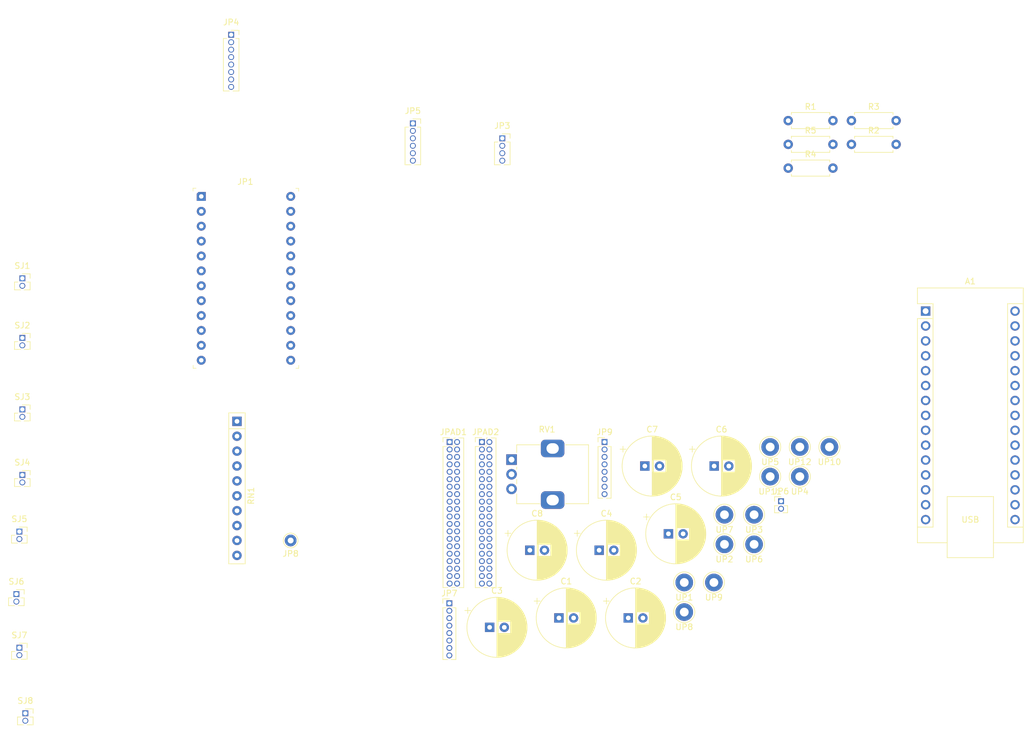
<source format=kicad_pcb>
(kicad_pcb (version 20211014) (generator pcbnew)
  (layers (0 "F.Cu" signal) (31 "B.Cu" signal) (34 "B.Paste" user) (35 "F.Paste" user) (36 "B.SilkS" user "B.Silkscreen") (37 "F.SilkS" user "F.Silkscreen") (38 "B.Mask" user) (39 "F.Mask" user) (44 "Edge.Cuts" user))
  (net 0 "")
  (net 1 "/arTx")
  (net 2 "/arRx")
  (net 4 "Net-(A1-Pad5)")
  (net 5 "/state")
  (net 6 "/echo")
  (net 7 "/trig")
  (net 8 "/EN")
  (net 9 "Net-(A1-Pad10)")
  (net 10 "Net-(A1-Pad11)")
  (net 11 "Net-(A1-Pad12)")
  (net 12 "Net-(A1-Pad13)")
  (net 14 "Net-(A1-Pad14)")
  (net 15 "Net-(A1-Pad15)")
  (net 16 "Net-(A1-Pad16)")
  (net 17 "/Vref")
  (net 18 "/Sense1")
  (net 19 "/Sense2")
  (net 20 "/Sense3")
  (net 21 "/Sense4")
  (net 22 "+5V")
  (net 23 "GND")
  (net 24 "/Sense5")
  (net 25 "Net-(JP3-Pad3)")
  (net 26 "Net-(JP4-Pad1)")
  (net 27 "+3V3")
  (net 28 "/Sense6")
  (net 29 "/Sense7")
  (net 30 "Net-(A1-Pad30)")
  (net 31 "/Sense8")
  (net 33 "Net-(C7-Pad1)")
  (net 34 "/RST")
  (net 35 "/CS")
  (net 36 "/SDA")
  (net 37 "/MISO")
  (net 38 "/SCK")
  (net 39 "/DC")
  (net 40 "Net-(JP1-Pad24)")
  (net 41 "Net-(JP5-Pad1)")
  (net 42 "Net-(JP5-Pad6)")
  (net 43 "Net-(C8-Pad1)")
  (net 44 "Net-(R1-Pad2)")
  (net 45 "Net-(RN1-Pad10)")
  (footprint "Capacitor_THT:CP_Radial_D10.0mm_P2.50mm" (layer "F.Cu") (at 197.612 155.448)
    (fp_text reference "C1" (at 1.25 -6.25) (layer "F.SilkS"))
    (fp_text value "C_Polarized_US")
    (pad "1" thru_hole rect (at 0 0) (size 1.6 1.6) (drill 0.8) (layers *.Cu *.Mask) (net 27 "+3V3"))
    (pad "2" thru_hole circle (at 2.5 0) (size 1.6 1.6) (drill 0.8) (layers *.Cu *.Mask) (net 23 "GND"))
  )
  (footprint "Resistor_THT:R_Axial_DIN0207_L6.3mm_D2.5mm_P7.62mm_Horizontal" (layer "F.Cu") (at 247.454 70.64)
    (fp_text reference "R3" (at 3.81 -2.37) (layer "F.SilkS"))
    (fp_text value "1k")
    (pad "1" thru_hole circle (at 0 0) (size 1.6 1.6) (drill 0.8) (layers *.Cu *.Mask) (net 6 "/echo"))
    (pad "2" thru_hole oval (at 7.62 0) (size 1.6 1.6) (drill 0.8) (layers *.Cu *.Mask) (net 25 "Net-(JP3-Pad3)"))
  )
  (footprint "Connector_PinSocket_1.27mm:PinSocket_1x04_P1.27mm_Vertical" (layer "F.Cu") (at 187.96 73.66)
    (fp_text reference "JP3" (at 0 -2.135) (layer "F.SilkS"))
    (fp_text value "Conn_01x04_Male" hide)
    (pad "1" thru_hole rect (at 0 0) (size 1 1) (drill 0.7) (layers *.Cu *.Mask) (net 22 "+5V"))
    (pad "2" thru_hole oval (at 0 1.27) (size 1 1) (drill 0.7) (layers *.Cu *.Mask) (net 7 "/trig"))
    (pad "3" thru_hole oval (at 0 2.54) (size 1 1) (drill 0.7) (layers *.Cu *.Mask) (net 25 "Net-(JP3-Pad3)"))
    (pad "4" thru_hole oval (at 0 3.81) (size 1 1) (drill 0.7) (layers *.Cu *.Mask) (net 23 "GND"))
  )
  (footprint "Capacitor_THT:CP_Radial_D10.0mm_P2.50mm" (layer "F.Cu") (at 216.272 141.098)
    (fp_text reference "C5" (at 1.25 -6.25) (layer "F.SilkS"))
    (fp_text value "C_Polarized_US")
    (pad "1" thru_hole rect (at 0 0) (size 1.6 1.6) (drill 0.8) (layers *.Cu *.Mask) (net 22 "+5V"))
    (pad "2" thru_hole circle (at 2.5 0) (size 1.6 1.6) (drill 0.8) (layers *.Cu *.Mask) (net 23 "GND"))
  )
  (footprint "Connector_PinSocket_1.27mm:PinSocket_1x08_P1.27mm_Vertical" (layer "F.Cu") (at 141.757 56.002)
    (fp_text reference "JP4" (at 0 -2.135) (layer "F.SilkS"))
    (fp_text value "Conn_01x08_Female" hide)
    (pad "1" thru_hole rect (at 0 0) (size 1 1) (drill 0.7) (layers *.Cu *.Mask) (net 26 "Net-(JP4-Pad1)"))
    (pad "2" thru_hole oval (at 0 1.27) (size 1 1) (drill 0.7) (layers *.Cu *.Mask) (net 34 "/RST"))
    (pad "3" thru_hole oval (at 0 2.54) (size 1 1) (drill 0.7) (layers *.Cu *.Mask) (net 35 "/CS"))
    (pad "4" thru_hole oval (at 0 3.81) (size 1 1) (drill 0.7) (layers *.Cu *.Mask) (net 39 "/DC"))
    (pad "5" thru_hole oval (at 0 5.08) (size 1 1) (drill 0.7) (layers *.Cu *.Mask) (net 38 "/SCK"))
    (pad "6" thru_hole oval (at 0 6.35) (size 1 1) (drill 0.7) (layers *.Cu *.Mask) (net 36 "/SDA"))
    (pad "7" thru_hole oval (at 0 7.62) (size 1 1) (drill 0.7) (layers *.Cu *.Mask) (net 27 "+3V3"))
    (pad "8" thru_hole oval (at 0 8.89) (size 1 1) (drill 0.7) (layers *.Cu *.Mask) (net 23 "GND"))
  )
  (footprint "Resistor_THT:R_Array_SIP10" (layer "F.Cu") (at 142.748 121.92 -90)
    (fp_text reference "RN1" (at 12.7 -2.4 90) (layer "F.SilkS"))
    (fp_text value "R_Network09_US")
    (pad "1" thru_hole rect (at 0 0 270) (size 1.6 1.6) (drill 0.8) (layers *.Cu *.Mask) (net 27 "+3V3"))
    (pad "2" thru_hole oval (at 2.54 0 270) (size 1.6 1.6) (drill 0.8) (layers *.Cu *.Mask) (net 18 "/Sense1"))
    (pad "3" thru_hole oval (at 5.08 0 270) (size 1.6 1.6) (drill 0.8) (layers *.Cu *.Mask) (net 19 "/Sense2"))
    (pad "4" thru_hole oval (at 7.62 0 270) (size 1.6 1.6) (drill 0.8) (layers *.Cu *.Mask) (net 20 "/Sense3"))
    (pad "5" thru_hole oval (at 10.16 0 270) (size 1.6 1.6) (drill 0.8) (layers *.Cu *.Mask) (net 21 "/Sense4"))
    (pad "6" thru_hole oval (at 12.7 0 270) (size 1.6 1.6) (drill 0.8) (layers *.Cu *.Mask) (net 24 "/Sense5"))
    (pad "7" thru_hole oval (at 15.24 0 270) (size 1.6 1.6) (drill 0.8) (layers *.Cu *.Mask) (net 28 "/Sense6"))
    (pad "8" thru_hole oval (at 17.78 0 270) (size 1.6 1.6) (drill 0.8) (layers *.Cu *.Mask) (net 29 "/Sense7"))
    (pad "9" thru_hole oval (at 20.32 0 270) (size 1.6 1.6) (drill 0.8) (layers *.Cu *.Mask) (net 31 "/Sense8"))
    (pad "10" thru_hole oval (at 22.86 0 270) (size 1.6 1.6) (drill 0.8) (layers *.Cu *.Mask) (net 45 "Net-(RN1-Pad10)"))
  )
  (footprint "Connector_PinSocket_1.27mm:PinSocket_1x02_P1.27mm_Vertical" (layer "F.Cu") (at 106.172 97.536)
    (fp_text reference "SJ1" (at 0 -2.135) (layer "F.SilkS"))
    (fp_text value "Screw_Terminal_01x02" hide)
    (pad "1" thru_hole rect (at 0 0) (size 1 1) (drill 0.7) (layers *.Cu *.Mask) (net 23 "GND"))
    (pad "2" thru_hole oval (at 0 1.27) (size 1 1) (drill 0.7) (layers *.Cu *.Mask) (net 18 "/Sense1"))
  )
  (footprint "Resistor_THT:R_Axial_DIN0207_L6.3mm_D2.5mm_P7.62mm_Horizontal" (layer "F.Cu") (at 236.684 74.69)
    (fp_text reference "R5" (at 3.81 -2.37) (layer "F.SilkS"))
    (fp_text value "0R")
    (pad "1" thru_hole circle (at 0 0) (size 1.6 1.6) (drill 0.8) (layers *.Cu *.Mask) (net 5 "/state"))
    (pad "2" thru_hole oval (at 7.62 0) (size 1.6 1.6) (drill 0.8) (layers *.Cu *.Mask) (net 42 "Net-(JP5-Pad6)"))
  )
  (footprint "Potentiometer_THT:Potentiometer_Alps_RK09K_Single_Vertical" (layer "F.Cu") (at 189.537354 128.448)
    (fp_text reference "RV1" (at 6.05 -5.15) (layer "F.SilkS"))
    (fp_text value "500R")
    (pad "1" thru_hole rect (at 0 0) (size 1.8 1.8) (drill 1) (layers *.Cu *.Mask) (net 44 "Net-(R1-Pad2)"))
    (pad "2" thru_hole circle (at 0 2.5) (size 1.8 1.8) (drill 1) (layers *.Cu *.Mask) (net 26 "Net-(JP4-Pad1)"))
    (pad "3" thru_hole circle (at 0 5) (size 1.8 1.8) (drill 1) (layers *.Cu *.Mask))
    (pad "MP" thru_hole roundrect (at 7 6.9) (size 4 3) (drill oval 2.1 1.8) (layers *.Cu *.Mask))
    (pad "MP" thru_hole roundrect (at 7 -1.9) (size 4 3) (drill oval 2.1 1.8) (layers *.Cu *.Mask))
  )
  (footprint "Connector_PinHeader_1.27mm:PinHeader_1x02_P1.27mm_Vertical" (layer "F.Cu") (at 235.467354 135.548)
    (fp_text reference "JP6" (at 0 -1.695) (layer "F.SilkS"))
    (fp_text value "Conn_01x02_Male")
    (pad "1" thru_hole rect (at 0 0) (size 1 1) (drill 0.65) (layers *.Cu *.Mask) (net 25 "Net-(JP3-Pad3)"))
    (pad "2" thru_hole oval (at 0 1.27) (size 1 1) (drill 0.65) (layers *.Cu *.Mask) (net 6 "/echo"))
  )
  (footprint "Connector_PinHeader_1.27mm:PinHeader_2x20_P1.27mm_Vertical" (layer "F.Cu") (at 184.487354 125.448)
    (fp_text reference "JPAD2" (at 0.635 -1.695) (layer "F.SilkS"))
    (fp_text value "Conn_02x20_Counter_Clockwise")
    (pad "1" thru_hole rect (at 0 0) (size 1 1) (drill 0.65) (layers *.Cu *.Mask))
    (pad "2" thru_hole oval (at 1.27 0) (size 1 1) (drill 0.65) (layers *.Cu *.Mask))
    (pad "3" thru_hole oval (at 0 1.27) (size 1 1) (drill 0.65) (layers *.Cu *.Mask))
    (pad "4" thru_hole oval (at 1.27 1.27) (size 1 1) (drill 0.65) (layers *.Cu *.Mask))
    (pad "5" thru_hole oval (at 0 2.54) (size 1 1) (drill 0.65) (layers *.Cu *.Mask))
    (pad "6" thru_hole oval (at 1.27 2.54) (size 1 1) (drill 0.65) (layers *.Cu *.Mask))
    (pad "7" thru_hole oval (at 0 3.81) (size 1 1) (drill 0.65) (layers *.Cu *.Mask))
    (pad "8" thru_hole oval (at 1.27 3.81) (size 1 1) (drill 0.65) (layers *.Cu *.Mask))
    (pad "9" thru_hole oval (at 0 5.08) (size 1 1) (drill 0.65) (layers *.Cu *.Mask))
    (pad "10" thru_hole oval (at 1.27 5.08) (size 1 1) (drill 0.65) (layers *.Cu *.Mask))
    (pad "11" thru_hole oval (at 0 6.35) (size 1 1) (drill 0.65) (layers *.Cu *.Mask))
    (pad "12" thru_hole oval (at 1.27 6.35) (size 1 1) (drill 0.65) (layers *.Cu *.Mask))
    (pad "13" thru_hole oval (at 0 7.62) (size 1 1) (drill 0.65) (layers *.Cu *.Mask))
    (pad "14" thru_hole oval (at 1.27 7.62) (size 1 1) (drill 0.65) (layers *.Cu *.Mask))
    (pad "15" thru_hole oval (at 0 8.89) (size 1 1) (drill 0.65) (layers *.Cu *.Mask))
    (pad "16" thru_hole oval (at 1.27 8.89) (size 1 1) (drill 0.65) (layers *.Cu *.Mask))
    (pad "17" thru_hole oval (at 0 10.16) (size 1 1) (drill 0.65) (layers *.Cu *.Mask))
    (pad "18" thru_hole oval (at 1.27 10.16) (size 1 1) (drill 0.65) (layers *.Cu *.Mask))
    (pad "19" thru_hole oval (at 0 11.43) (size 1 1) (drill 0.65) (layers *.Cu *.Mask))
    (pad "20" thru_hole oval (at 1.27 11.43) (size 1 1) (drill 0.65) (layers *.Cu *.Mask))
    (pad "21" thru_hole oval (at 0 12.7) (size 1 1) (drill 0.65) (layers *.Cu *.Mask))
    (pad "22" thru_hole oval (at 1.27 12.7) (size 1 1) (drill 0.65) (layers *.Cu *.Mask))
    (pad "23" thru_hole oval (at 0 13.97) (size 1 1) (drill 0.65) (layers *.Cu *.Mask))
    (pad "24" thru_hole oval (at 1.27 13.97) (size 1 1) (drill 0.65) (layers *.Cu *.Mask))
    (pad "25" thru_hole oval (at 0 15.24) (size 1 1) (drill 0.65) (layers *.Cu *.Mask))
    (pad "26" thru_hole oval (at 1.27 15.24) (size 1 1) (drill 0.65) (layers *.Cu *.Mask))
    (pad "27" thru_hole oval (at 0 16.51) (size 1 1) (drill 0.65) (layers *.Cu *.Mask))
    (pad "28" thru_hole oval (at 1.27 16.51) (size 1 1) (drill 0.65) (layers *.Cu *.Mask))
    (pad "29" thru_hole oval (at 0 17.78) (size 1 1) (drill 0.65) (layers *.Cu *.Mask))
    (pad "30" thru_hole oval (at 1.27 17.78) (size 1 1) (drill 0.65) (layers *.Cu *.Mask))
    (pad "31" thru_hole oval (at 0 19.05) (size 1 1) (drill 0.65) (layers *.Cu *.Mask))
    (pad "32" thru_hole oval (at 1.27 19.05) (size 1 1) (drill 0.65) (layers *.Cu *.Mask))
    (pad "33" thru_hole oval (at 0 20.32) (size 1 1) (drill 0.65) (layers *.Cu *.Mask))
    (pad "34" thru_hole oval (at 1.27 20.32) (size 1 1) (drill 0.65) (layers *.Cu *.Mask))
    (pad "35" thru_hole oval (at 0 21.59) (size 1 1) (drill 0.65) (layers *.Cu *.Mask))
    (pad "36" thru_hole oval (at 1.27 21.59) (size 1 1) (drill 0.65) (layers *.Cu *.Mask))
    (pad "37" thru_hole oval (at 0 22.86) (size 1 1) (drill 0.65) (layers *.Cu *.Mask))
    (pad "38" thru_hole oval (at 1.27 22.86) (size 1 1) (drill 0.65) (layers *.Cu *.Mask))
    (pad "39" thru_hole oval (at 0 24.13) (size 1 1) (drill 0.65) (layers *.Cu *.Mask))
    (pad "40" thru_hole oval (at 1.27 24.13) (size 1 1) (drill 0.65) (layers *.Cu *.Mask))
  )
  (footprint "Connector_PinSocket_1.27mm:PinSocket_1x02_P1.27mm_Vertical" (layer "F.Cu") (at 106.68 171.704)
    (fp_text reference "SJ8" (at 0 -2.135) (layer "F.SilkS"))
    (fp_text value "Screw_Terminal_01x02" hide)
    (pad "1" thru_hole rect (at 0 0) (size 1 1) (drill 0.7) (layers *.Cu *.Mask) (net 23 "GND"))
    (pad "2" thru_hole oval (at 0 1.27) (size 1 1) (drill 0.7) (layers *.Cu *.Mask) (net 31 "/Sense8"))
  )
  (footprint "Capacitor_THT:CP_Radial_D10.0mm_P2.50mm" (layer "F.Cu") (at 204.462 143.898)
    (fp_text reference "C4" (at 1.25 -6.25) (layer "F.SilkS"))
    (fp_text value "C_Polarized_US")
    (pad "1" thru_hole rect (at 0 0) (size 1.6 1.6) (drill 0.8) (layers *.Cu *.Mask) (net 22 "+5V"))
    (pad "2" thru_hole circle (at 2.5 0) (size 1.6 1.6) (drill 0.8) (layers *.Cu *.Mask) (net 23 "GND"))
  )
  (footprint "digikey-footprints:Socket_DIP-24_15.24mm_Conn" (layer "F.Cu") (at 136.662 83.566)
    (fp_text reference "JP1" (at 7.52 -2.5) (layer "F.SilkS"))
    (fp_text value "A_24-LC-TT")
    (pad "1" thru_hole roundrect locked (at 0 0) (size 1.524 1.524) (drill 0.762) (layers *.Cu *.Mask) (roundrect_rratio 0) (chamfer_ratio 0.2) (chamfer top_left) (net 34 "/RST"))
    (pad "2" thru_hole circle locked (at 0 2.54) (size 1.524 1.524) (drill 0.762) (layers *.Cu *.Mask) (net 35 "/CS"))
    (pad "3" thru_hole circle locked (at 0 5.08) (size 1.524 1.524) (drill 0.762) (layers *.Cu *.Mask) (net 36 "/SDA"))
    (pad "4" thru_hole circle locked (at 0 7.62) (size 1.524 1.524) (drill 0.762) (layers *.Cu *.Mask) (net 37 "/MISO"))
    (pad "5" thru_hole circle locked (at 0 10.16) (size 1.524 1.524) (drill 0.762) (layers *.Cu *.Mask) (net 38 "/SCK"))
    (pad "6" thru_hole circle locked (at 0 12.7) (size 1.524 1.524) (drill 0.762) (layers *.Cu *.Mask) (net 17 "/Vref"))
    (pad "7" thru_hole circle locked (at 0 15.24) (size 1.524 1.524) (drill 0.762) (layers *.Cu *.Mask) (net 18 "/Sense1"))
    (pad "8" thru_hole circle locked (at 0 17.78) (size 1.524 1.524) (drill 0.762) (layers *.Cu *.Mask) (net 19 "/Sense2"))
    (pad "9" thru_hole circle locked (at 0 20.32) (size 1.524 1.524) (drill 0.762) (layers *.Cu *.Mask) (net 20 "/Sense3"))
    (pad "10" thru_hole circle locked (at 0 22.86) (size 1.524 1.524) (drill 0.762) (layers *.Cu *.Mask) (net 21 "/Sense4"))
    (pad "11" thru_hole circle locked (at 0 25.4) (size 1.524 1.524) (drill 0.762) (layers *.Cu *.Mask) (net 24 "/Sense5"))
    (pad "12" thru_hole circle locked (at 0 27.94) (size 1.524 1.524) (drill 0.762) (layers *.Cu *.Mask) (net 28 "/Sense6"))
    (pad "13" thru_hole circle locked (at 15.24 27.94) (size 1.524 1.524) (drill 0.762) (layers *.Cu *.Mask))
    (pad "14" thru_hole circle locked (at 15.24 25.4) (size 1.524 1.524) (drill 0.762) (layers *.Cu *.Mask) (net 2 "/arRx"))
    (pad "15" thru_hole circle locked (at 15.24 22.86) (size 1.524 1.524) (drill 0.762) (layers *.Cu *.Mask) (net 1 "/arTx"))
    (pad "16" thru_hole circle locked (at 15.24 20.32) (size 1.524 1.524) (drill 0.762) (layers *.Cu *.Mask) (net 5 "/state"))
    (pad "17" thru_hole circle locked (at 15.24 17.78) (size 1.524 1.524) (drill 0.762) (layers *.Cu *.Mask) (net 6 "/echo"))
    (pad "18" thru_hole circle locked (at 15.24 15.24) (size 1.524 1.524) (drill 0.762) (layers *.Cu *.Mask) (net 7 "/trig"))
    (pad "19" thru_hole circle locked (at 15.24 12.7) (size 1.524 1.524) (drill 0.762) (layers *.Cu *.Mask) (net 8 "/EN"))
    (pad "20" thru_hole circle locked (at 15.24 10.16) (size 1.524 1.524) (drill 0.762) (layers *.Cu *.Mask) (net 39 "/DC"))
    (pad "21" thru_hole circle locked (at 15.24 7.62) (size 1.524 1.524) (drill 0.762) (layers *.Cu *.Mask) (net 27 "+3V3"))
    (pad "22" thru_hole circle locked (at 15.24 5.08) (size 1.524 1.524) (drill 0.762) (layers *.Cu *.Mask) (net 22 "+5V"))
    (pad "23" thru_hole circle locked (at 15.24 2.54) (size 1.524 1.524) (drill 0.762) (layers *.Cu *.Mask) (net 23 "GND"))
    (pad "24" thru_hole circle locked (at 15.24 0) (size 1.524 1.524) (drill 0.762) (layers *.Cu *.Mask) (net 40 "Net-(JP1-Pad24)"))
  )
  (footprint "Connector_Pin:Pin_D1.3mm_L11.0mm_LooseFit" (layer "F.Cu") (at 233.607354 126.298)
    (fp_text reference "UP5" (at 0 2.55) (layer "F.SilkS"))
    (fp_text value "Conn_01x01")
    (pad "1" thru_hole circle (at 0 0) (size 3 3) (drill 1.5) (layers *.Cu *.Mask) (net 37 "/MISO"))
  )
  (footprint "Connector_PinSocket_1.27mm:PinSocket_1x02_P1.27mm_Vertical" (layer "F.Cu") (at 106.172 119.888)
    (fp_text reference "SJ3" (at 0 -2.135) (layer "F.SilkS"))
    (fp_text value "Screw_Terminal_01x02" hide)
    (pad "1" thru_hole rect (at 0 0) (size 1 1) (drill 0.7) (layers *.Cu *.Mask) (net 23 "GND"))
    (pad "2" thru_hole oval (at 0 1.27) (size 1 1) (drill 0.7) (layers *.Cu *.Mask) (net 20 "/Sense3"))
  )
  (footprint "Resistor_THT:R_Axial_DIN0207_L6.3mm_D2.5mm_P7.62mm_Horizontal" (layer "F.Cu") (at 236.684 78.74)
    (fp_text reference "R4" (at 3.81 -2.37) (layer "F.SilkS"))
    (fp_text value "0R")
    (pad "1" thru_hole circle (at 0 0) (size 1.6 1.6) (drill 0.8) (layers *.Cu *.Mask) (net 8 "/EN"))
    (pad "2" thru_hole oval (at 7.62 0) (size 1.6 1.6) (drill 0.8) (layers *.Cu *.Mask) (net 41 "Net-(JP5-Pad1)"))
  )
  (footprint "Connector_PinHeader_1.27mm:PinHeader_2x20_P1.27mm_Vertical" (layer "F.Cu") (at 178.987354 125.448)
    (fp_text reference "JPAD1" (at 0.635 -1.695) (layer "F.SilkS"))
    (fp_text value "Conn_02x20_Counter_Clockwise")
    (pad "1" thru_hole rect (at 0 0) (size 1 1) (drill 0.65) (layers *.Cu *.Mask))
    (pad "2" thru_hole oval (at 1.27 0) (size 1 1) (drill 0.65) (layers *.Cu *.Mask))
    (pad "3" thru_hole oval (at 0 1.27) (size 1 1) (drill 0.65) (layers *.Cu *.Mask))
    (pad "4" thru_hole oval (at 1.27 1.27) (size 1 1) (drill 0.65) (layers *.Cu *.Mask))
    (pad "5" thru_hole oval (at 0 2.54) (size 1 1) (drill 0.65) (layers *.Cu *.Mask))
    (pad "6" thru_hole oval (at 1.27 2.54) (size 1 1) (drill 0.65) (layers *.Cu *.Mask))
    (pad "7" thru_hole oval (at 0 3.81) (size 1 1) (drill 0.65) (layers *.Cu *.Mask))
    (pad "8" thru_hole oval (at 1.27 3.81) (size 1 1) (drill 0.65) (layers *.Cu *.Mask))
    (pad "9" thru_hole oval (at 0 5.08) (size 1 1) (drill 0.65) (layers *.Cu *.Mask))
    (pad "10" thru_hole oval (at 1.27 5.08) (size 1 1) (drill 0.65) (layers *.Cu *.Mask))
    (pad "11" thru_hole oval (at 0 6.35) (size 1 1) (drill 0.65) (layers *.Cu *.Mask))
    (pad "12" thru_hole oval (at 1.27 6.35) (size 1 1) (drill 0.65) (layers *.Cu *.Mask))
    (pad "13" thru_hole oval (at 0 7.62) (size 1 1) (drill 0.65) (layers *.Cu *.Mask))
    (pad "14" thru_hole oval (at 1.27 7.62) (size 1 1) (drill 0.65) (layers *.Cu *.Mask))
    (pad "15" thru_hole oval (at 0 8.89) (size 1 1) (drill 0.65) (layers *.Cu *.Mask))
    (pad "16" thru_hole oval (at 1.27 8.89) (size 1 1) (drill 0.65) (layers *.Cu *.Mask))
    (pad "17" thru_hole oval (at 0 10.16) (size 1 1) (drill 0.65) (layers *.Cu *.Mask))
    (pad "18" thru_hole oval (at 1.27 10.16) (size 1 1) (drill 0.65) (layers *.Cu *.Mask))
    (pad "19" thru_hole oval (at 0 11.43) (size 1 1) (drill 0.65) (layers *.Cu *.Mask))
    (pad "20" thru_hole oval (at 1.27 11.43) (size 1 1) (drill 0.65) (layers *.Cu *.Mask))
    (pad "21" thru_hole oval (at 0 12.7) (size 1 1) (drill 0.65) (layers *.Cu *.Mask))
    (pad "22" thru_hole oval (at 1.27 12.7) (size 1 1) (drill 0.65) (layers *.Cu *.Mask))
    (pad "23" thru_hole oval (at 0 13.97) (size 1 1) (drill 0.65) (layers *.Cu *.Mask))
    (pad "24" thru_hole oval (at 1.27 13.97) (size 1 1) (drill 0.65) (layers *.Cu *.Mask))
    (pad "25" thru_hole oval (at 0 15.24) (size 1 1) (drill 0.65) (layers *.Cu *.Mask))
    (pad "26" thru_hole oval (at 1.27 15.24) (size 1 1) (drill 0.65) (layers *.Cu *.Mask))
    (pad "27" thru_hole oval (at 0 16.51) (size 1 1) (drill 0.65) (layers *.Cu *.Mask))
    (pad "28" thru_hole oval (at 1.27 16.51) (size 1 1) (drill 0.65) (layers *.Cu *.Mask))
    (pad "29" thru_hole oval (at 0 17.78) (size 1 1) (drill 0.65) (layers *.Cu *.Mask))
    (pad "30" thru_hole oval (at 1.27 17.78) (size 1 1) (drill 0.65) (layers *.Cu *.Mask))
    (pad "31" thru_hole oval (at 0 19.05) (size 1 1) (drill 0.65) (layers *.Cu *.Mask))
    (pad "32" thru_hole oval (at 1.27 19.05) (size 1 1) (drill 0.65) (layers *.Cu *.Mask))
    (pad "33" thru_hole oval (at 0 20.32) (size 1 1) (drill 0.65) (layers *.Cu *.Mask))
    (pad "34" thru_hole oval (at 1.27 20.32) (size 1 1) (drill 0.65) (layers *.Cu *.Mask))
    (pad "35" thru_hole oval (at 0 21.59) (size 1 1) (drill 0.65) (layers *.Cu *.Mask))
    (pad "36" thru_hole oval (at 1.27 21.59) (size 1 1) (drill 0.65) (layers *.Cu *.Mask))
    (pad "37" thru_hole oval (at 0 22.86) (size 1 1) (drill 0.65) (layers *.Cu *.Mask))
    (pad "38" thru_hole oval (at 1.27 22.86) (size 1 1) (drill 0.65) (layers *.Cu *.Mask))
    (pad "39" thru_hole oval (at 0 24.13) (size 1 1) (drill 0.65) (layers *.Cu *.Mask))
    (pad "40" thru_hole oval (at 1.27 24.13) (size 1 1) (drill 0.65) (layers *.Cu *.Mask))
  )
  (footprint "Connector_PinSocket_1.27mm:PinSocket_1x02_P1.27mm_Vertical" (layer "F.Cu") (at 105.664 160.528)
    (fp_text reference "SJ7" (at 0 -2.135) (layer "F.SilkS"))
    (fp_text value "Screw_Terminal_01x02" hide)
    (pad "1" thru_hole rect (at 0 0) (size 1 1) (drill 0.7) (layers *.Cu *.Mask) (net 23 "GND"))
    (pad "2" thru_hole oval (at 0 1.27) (size 1 1) (drill 0.7) (layers *.Cu *.Mask) (net 29 "/Sense7"))
  )
  (footprint "Resistor_THT:R_Axial_DIN0207_L6.3mm_D2.5mm_P7.62mm_Horizontal" (layer "F.Cu") (at 247.454 74.69)
    (fp_text reference "R2" (at 3.81 -2.37) (layer "F.SilkS"))
    (fp_text value "2k")
    (pad "1" thru_hole circle (at 0 0) (size 1.6 1.6) (drill 0.8) (layers *.Cu *.Mask) (net 6 "/echo"))
    (pad "2" thru_hole oval (at 7.62 0) (size 1.6 1.6) (drill 0.8) (layers *.Cu *.Mask) (net 23 "GND"))
  )
  (footprint "Capacitor_THT:CP_Radial_D10.0mm_P2.50mm" (layer "F.Cu") (at 185.802 157.048)
    (fp_text reference "C3" (at 1.25 -6.25) (layer "F.SilkS"))
    (fp_text value "C_Polarized_US")
    (pad "1" thru_hole rect (at 0 0) (size 1.6 1.6) (drill 0.8) (layers *.Cu *.Mask) (net 27 "+3V3"))
    (pad "2" thru_hole circle (at 2.5 0) (size 1.6 1.6) (drill 0.8) (layers *.Cu *.Mask) (net 23 "GND"))
  )
  (footprint "Connector_Pin:Pin_D1.3mm_L11.0mm_LooseFit" (layer "F.Cu") (at 218.967354 154.448)
    (fp_text reference "UP8" (at 0 2.55) (layer "F.SilkS"))
    (fp_text value "Conn_01x01")
    (pad "1" thru_hole circle (at 0 0) (size 3 3) (drill 1.5) (layers *.Cu *.Mask) (net 43 "Net-(C8-Pad1)"))
  )
  (footprint "Connector_Pin:Pin_D1.3mm_L11.0mm_LooseFit" (layer "F.Cu") (at 230.867354 137.848)
    (fp_text reference "UP3" (at 0 2.55) (layer "F.SilkS"))
    (fp_text value "Conn_01x01")
    (pad "1" thru_hole circle (at 0 0) (size 3 3) (drill 1.5) (layers *.Cu *.Mask) (net 8 "/EN"))
  )
  (footprint "Capacitor_THT:CP_Radial_D10.0mm_P2.50mm" (layer "F.Cu") (at 212.252 129.548)
    (fp_text reference "C7" (at 1.25 -6.25) (layer "F.SilkS"))
    (fp_text value "C_Polarized_US")
    (pad "1" thru_hole rect (at 0 0) (size 1.6 1.6) (drill 0.8) (layers *.Cu *.Mask) (net 33 "Net-(C7-Pad1)"))
    (pad "2" thru_hole circle (at 2.5 0) (size 1.6 1.6) (drill 0.8) (layers *.Cu *.Mask) (net 23 "GND"))
  )
  (footprint "Connector_PinHeader_1.27mm:PinHeader_1x08_P1.27mm_Vertical" (layer "F.Cu") (at 205.387354 125.448)
    (fp_text reference "JP9" (at 0 -1.695) (layer "F.SilkS"))
    (fp_text value "Conn_01x08")
    (pad "1" thru_hole rect (at 0 0) (size 1 1) (drill 0.65) (layers *.Cu *.Mask) (net 16 "Net-(A1-Pad16)"))
    (pad "2" thru_hole oval (at 0 1.27) (size 1 1) (drill 0.65) (layers *.Cu *.Mask) (net 15 "Net-(A1-Pad15)"))
    (pad "3" thru_hole oval (at 0 2.54) (size 1 1) (drill 0.65) (layers *.Cu *.Mask) (net 14 "Net-(A1-Pad14)"))
    (pad "4" thru_hole oval (at 0 3.81) (size 1 1) (drill 0.65) (layers *.Cu *.Mask) (net 12 "Net-(A1-Pad13)"))
    (pad "5" thru_hole oval (at 0 5.08) (size 1 1) (drill 0.65) (layers *.Cu *.Mask) (net 11 "Net-(A1-Pad12)"))
    (pad "6" thru_hole oval (at 0 6.35) (size 1 1) (drill 0.65) (layers *.Cu *.Mask) (net 10 "Net-(A1-Pad11)"))
    (pad "7" thru_hole oval (at 0 7.62) (size 1 1) (drill 0.65) (layers *.Cu *.Mask) (net 9 "Net-(A1-Pad10)"))
    (pad "8" thru_hole oval (at 0 8.89) (size 1 1) (drill 0.65) (layers *.Cu *.Mask) (net 4 "Net-(A1-Pad5)"))
  )
  (footprint "Connector_Pin:Pin_D1.3mm_L11.0mm_LooseFit" (layer "F.Cu") (at 243.707354 126.298)
    (fp_text reference "UP10" (at 0 2.55) (layer "F.SilkS"))
    (fp_text value "Conn_01x01")
    (pad "1" thru_hole circle (at 0 0) (size 3 3) (drill 1.5) (layers *.Cu *.Mask) (net 31 "/Sense8"))
  )
  (footprint "Resistor_THT:R_Axial_DIN0207_L6.3mm_D2.5mm_P7.62mm_Horizontal" (layer "F.Cu") (at 236.684 70.64)
    (fp_text reference "R1" (at 3.81 -2.37) (layer "F.SilkS"))
    (fp_text value "200R")
    (pad "1" thru_hole circle (at 0 0) (size 1.6 1.6) (drill 0.8) (layers *.Cu *.Mask) (net 23 "GND"))
    (pad "2" thru_hole oval (at 7.62 0) (size 1.6 1.6) (drill 0.8) (layers *.Cu *.Mask) (net 44 "Net-(R1-Pad2)"))
  )
  (footprint "Connector_Pin:Pin_D1.3mm_L11.0mm_LooseFit" (layer "F.Cu") (at 224.017354 149.398)
    (fp_text reference "UP9" (at 0 2.55) (layer "F.SilkS"))
    (fp_text value "Conn_01x01")
    (pad "1" thru_hole circle (at 0 0) (size 3 3) (drill 1.5) (layers *.Cu *.Mask) (net 29 "/Sense7"))
  )
  (footprint "Connector_PinSocket_1.27mm:PinSocket_1x02_P1.27mm_Vertical" (layer "F.Cu") (at 106.172 131.064)
    (fp_text reference "SJ4" (at 0 -2.135) (layer "F.SilkS"))
    (fp_text value "Screw_Terminal_01x02" hide)
    (pad "1" thru_hole rect (at 0 0) (size 1 1) (drill 0.7) (layers *.Cu *.Mask) (net 23 "GND"))
    (pad "2" thru_hole oval (at 0 1.27) (size 1 1) (drill 0.7) (layers *.Cu *.Mask) (net 21 "/Sense4"))
  )
  (footprint "Connector_PinSocket_1.27mm:PinSocket_1x02_P1.27mm_Vertical" (layer "F.Cu") (at 105.664 140.716)
    (fp_text reference "SJ5" (at 0 -2.135) (layer "F.SilkS"))
    (fp_text value "Screw_Terminal_01x02" hide)
    (pad "1" thru_hole rect (at 0 0) (size 1 1) (drill 0.7) (layers *.Cu *.Mask) (net 23 "GND"))
    (pad "2" thru_hole oval (at 0 1.27) (size 1 1) (drill 0.7) (layers *.Cu *.Mask) (net 24 "/Sense5"))
  )
  (footprint "Capacitor_THT:CP_Radial_D10.0mm_P2.50mm" (layer "F.Cu") (at 192.652 143.898)
    (fp_text reference "C8" (at 1.25 -6.25) (layer "F.SilkS"))
    (fp_text value "C_Polarized_US")
    (pad "1" thru_hole rect (at 0 0) (size 1.6 1.6) (drill 0.8) (layers *.Cu *.Mask) (net 43 "Net-(C8-Pad1)"))
    (pad "2" thru_hole circle (at 2.5 0) (size 1.6 1.6) (drill 0.8) (layers *.Cu *.Mask) (net 23 "GND"))
  )
  (footprint "Connector_PinSocket_1.27mm:PinSocket_1x06_P1.27mm_Vertical" (layer "F.Cu") (at 172.72 71.12)
    (fp_text reference "JP5" (at 0 -2.135) (layer "F.SilkS"))
    (fp_text value "Conn_01x06_Female" hide)
    (pad "1" thru_hole rect (at 0 0) (size 1 1) (drill 0.7) (layers *.Cu *.Mask) (net 41 "Net-(JP5-Pad1)"))
    (pad "2" thru_hole oval (at 0 1.27) (size 1 1) (drill 0.7) (layers *.Cu *.Mask) (net 22 "+5V"))
    (pad "3" thru_hole oval (at 0 2.54) (size 1 1) (drill 0.7) (layers *.Cu *.Mask) (net 23 "GND"))
    (pad "4" thru_hole oval (at 0 3.81) (size 1 1) (drill 0.7) (layers *.Cu *.Mask) (net 2 "/arRx"))
    (pad "5" thru_hole oval (at 0 5.08) (size 1 1) (drill 0.7) (layers *.Cu *.Mask) (net 1 "/arTx"))
    (pad "6" thru_hole oval (at 0 6.35) (size 1 1) (drill 0.7) (layers *.Cu *.Mask) (net 42 "Net-(JP5-Pad6)"))
  )
  (footprint "Connector_Pin:Pin_D1.3mm_L11.0mm_LooseFit" (layer "F.Cu") (at 225.817354 137.848)
    (fp_text reference "UP7" (at 0 2.55) (layer "F.SilkS"))
    (fp_text value "Conn_01x01")
    (pad "1" thru_hole circle (at 0 0) (size 3 3) (drill 1.5) (layers *.Cu *.Mask) (net 33 "Net-(C7-Pad1)"))
  )
  (footprint "Connector_Pin:Pin_D1.0mm_L10.0mm" (layer "F.Cu") (at 151.892 142.24)
    (fp_text reference "JP8" (at 0 2.25) (layer "F.SilkS"))
    (fp_text value "Conn_01x08")
    (pad "1" thru_hole circle (at 0 0) (size 2 2) (drill 1) (layers *.Cu *.Mask) (net 31 "/Sense8"))
  )
  (footprint "Connector_Pin:Pin_D1.3mm_L11.0mm_LooseFit" (layer "F.Cu") (at 225.817354 142.898)
    (fp_text reference "UP2" (at 0 2.55) (layer "F.SilkS"))
    (fp_text value "Conn_01x01")
    (pad "1" thru_hole circle (at 0 0) (size 3 3) (drill 1.5) (layers *.Cu *.Mask) (net 5 "/state"))
  )
  (footprint "Capacitor_THT:CP_Radial_D10.0mm_P2.50mm" (layer "F.Cu") (at 224.062 129.548)
    (fp_text reference "C6" (at 1.25 -6.25) (layer "F.SilkS"))
    (fp_text value "C_Polarized_US")
    (pad "1" thru_hole rect (at 0 0) (size 1.6 1.6) (drill 0.8) (layers *.Cu *.Mask) (net 22 "+5V"))
    (pad "2" thru_hole circle (at 2.5 0) (size 1.6 1.6) (drill 0.8) (layers *.Cu *.Mask) (net 23 "GND"))
  )
  (footprint "Capacitor_THT:CP_Radial_D10.0mm_P2.50mm" (layer "F.Cu") (at 209.422 155.448)
    (fp_text reference "C2" (at 1.25 -6.25) (layer "F.SilkS"))
    (fp_text value "C_Polarized_US")
    (pad "1" thru_hole rect (at 0 0) (size 1.6 1.6) (drill 0.8) (layers *.Cu *.Mask) (net 27 "+3V3"))
    (pad "2" thru_hole circle (at 2.5 0) (size 1.6 1.6) (drill 0.8) (layers *.Cu *.Mask) (net 23 "GND"))
  )
  (footprint "Connector_Pin:Pin_D1.3mm_L11.0mm_LooseFit" (layer "F.Cu") (at 238.657354 126.298)
    (fp_text reference "UP12" (at 0 2.55) (layer "F.SilkS"))
    (fp_text value "Conn_01x01")
    (pad "1" thru_hole circle (at 0 0) (size 3 3) (drill 1.5) (layers *.Cu *.Mask) (net 30 "Net-(A1-Pad30)"))
  )
  (footprint "Module:Arduino_Nano" (layer "F.Cu") (at 260.096 103.124)
    (fp_text reference "A1" (at 7.62 -5.08) (layer "F.SilkS"))
    (fp_text value "Arduino_Nano_v3.x")
    (fp_text user "USB" (at 7.62 35.56 unlocked) (layer "F.SilkS"))
    (pad "1" thru_hole rect (at 0 0) (size 1.6 1.6) (drill 1) (layers *.Cu *.Mask) (net 1 "/arTx"))
    (pad "2" thru_hole oval (at 0 2.54) (size 1.6 1.6) (drill 1) (layers *.Cu *.Mask) (net 2 "/arRx"))
    (pad "3" thru_hole oval (at 0 5.08) (size 1.6 1.6) (drill 1) (layers *.Cu *.Mask))
    (pad "4" thru_hole oval (at 0 7.62) (size 1.6 1.6) (drill 1) (layers *.Cu *.Mask) (net 23 "GND"))
    (pad "5" thru_hole oval (at 0 10.16) (size 1.6 1.6) (drill 1) (layers *.Cu *.Mask) (net 4 "Net-(A1-Pad5)"))
    (pad "6" thru_hole oval (at 0 12.7) (size 1.6 1.6) (drill 1) (layers *.Cu *.Mask) (net 5 "/state"))
    (pad "7" thru_hole oval (at 0 15.24) (size 1.6 1.6) (drill 1) (layers *.Cu *.Mask) (net 6 "/echo"))
    (pad "8" thru_hole oval (at 0 17.78) (size 1.6 1.6) (drill 1) (layers *.Cu *.Mask) (net 7 "/trig"))
    (pad "9" thru_hole oval (at 0 20.32) (size 1.6 1.6) (drill 1) (layers *.Cu *.Mask) (net 8 "/EN"))
    (pad "10" thru_hole oval (at 0 22.86) (size 1.6 1.6) (drill 1) (layers *.Cu *.Mask) (net 9 "Net-(A1-Pad10)"))
    (pad "11" thru_hole oval (at 0 25.4) (size 1.6 1.6) (drill 1) (layers *.Cu *.Mask) (net 10 "Net-(A1-Pad11)"))
    (pad "12" thru_hole oval (at 0 27.94) (size 1.6 1.6) (drill 1) (layers *.Cu *.Mask) (net 11 "Net-(A1-Pad12)"))
    (pad "13" thru_hole oval (at 0 30.48) (size 1.6 1.6) (drill 1) (layers *.Cu *.Mask) (net 12 "Net-(A1-Pad13)"))
    (pad "14" thru_hole oval (at 0 33.02) (size 1.6 1.6) (drill 1) (layers *.Cu *.Mask) (net 14 "Net-(A1-Pad14)"))
    (pad "15" thru_hole oval (at 0 35.56) (size 1.6 1.6) (drill 1) (layers *.Cu *.Mask) (net 15 "Net-(A1-Pad15)"))
    (pad "16" thru_hole oval (at 15.24 35.56) (size 1.6 1.6) (drill 1) (layers *.Cu *.Mask) (net 16 "Net-(A1-Pad16)"))
    (pad "17" thru_hole oval (at 15.24 33.02) (size 1.6 1.6) (drill 1) (layers *.Cu *.Mask) (net 27 "+3V3"))
    (pad "18" thru_hole oval (at 15.24 30.48) (size 1.6 1.6) (drill 1) (layers *.Cu *.Mask) (net 17 "/Vref"))
    (pad "19" thru_hole oval (at 15.24 27.94) (size 1.6 1.6) (drill 1) (layers *.Cu *.Mask) (net 18 "/Sense1"))
    (pad "20" thru_hole oval (at 15.24 25.4) (size 1.6 1.6) (drill 1) (layers *.Cu *.Mask) (net 19 "/Sense2"))
    (pad "21" thru_hole oval (at 15.24 22.86) (size 1.6 1.6) (drill 1) (layers *.Cu *.Mask) (net 20 "/Sense3"))
    (pad "22" thru_hole oval (at 15.24 20.32) (size 1.6 1.6) (drill 1) (layers *.Cu *.Mask) (net 21 "/Sense4"))
    (pad "23" thru_hole oval (at 15.24 17.78) (size 1.6 1.6) (drill 1) (layers *.Cu *.Mask) (net 24 "/Sense5"))
    (pad "24" thru_hole oval (at 15.24 15.24) (size 1.6 1.6) (drill 1) (layers *.Cu *.Mask) (net 28 "/Sense6"))
    (pad "25" thru_hole oval (at 15.24 12.7) (size 1.6 1.6) (drill 1) (layers *.Cu *.Mask) (net 29 "/Sense7"))
    (pad "26" thru_hole oval (at 15.24 10.16) (size 1.6 1.6) (drill 1) (layers *.Cu *.Mask) (net 31 "/Sense8"))
    (pad "27" thru_hole oval (at 15.24 7.62) (size 1.6 1.6) (drill 1) (layers *.Cu *.Mask) (net 22 "+5V"))
    (pad "28" thru_hole oval (at 15.24 5.08) (size 1.6 1.6) (drill 1) (layers *.Cu *.Mask))
    (pad "29" thru_hole oval (at 15.24 2.54) (size 1.6 1.6) (drill 1) (layers *.Cu *.Mask) (net 23 "GND"))
    (pad "30" thru_hole oval (at 15.24 0) (size 1.6 1.6) (drill 1) (layers *.Cu *.Mask) (net 30 "Net-(A1-Pad30)"))
  )
  (footprint "Connector_Pin:Pin_D1.3mm_L11.0mm_LooseFit" (layer "F.Cu") (at 230.867354 142.898)
    (fp_text reference "UP6" (at 0 2.55) (layer "F.SilkS"))
    (fp_text value "Conn_01x01")
    (pad "1" thru_hole circle (at 0 0) (size 3 3) (drill 1.5) (layers *.Cu *.Mask) (net 17 "/Vref"))
  )
  (footprint "Connector_PinSocket_1.27mm:PinSocket_1x02_P1.27mm_Vertical" (layer "F.Cu") (at 105.156 151.384)
    (fp_text reference "SJ6" (at 0 -2.135) (layer "F.SilkS"))
    (fp_text value "Screw_Terminal_01x02" hide)
    (pad "1" thru_hole rect (at 0 0) (size 1 1) (drill 0.7) (layers *.Cu *.Mask) (net 23 "GND"))
    (pad "2" thru_hole oval (at 0 1.27) (size 1 1) (drill 0.7) (layers *.Cu *.Mask) (net 28 "/Sense6"))
  )
  (footprint "Connector_PinSocket_1.27mm:PinSocket_1x02_P1.27mm_Vertical" (layer "F.Cu") (at 106.172 107.696)
    (fp_text reference "SJ2" (at 0 -2.135) (layer "F.SilkS"))
    (fp_text value "Screw_Terminal_01x02" hide)
    (pad "1" thru_hole rect (at 0 0) (size 1 1) (drill 0.7) (layers *.Cu *.Mask) (net 23 "GND"))
    (pad "2" thru_hole oval (at 0 1.27) (size 1 1) (drill 0.7) (layers *.Cu *.Mask) (net 19 "/Sense2"))
  )
  (footprint "Connector_PinHeader_1.27mm:PinHeader_1x08_P1.27mm_Vertical" (layer "F.Cu") (at 178.937354 152.948)
    (fp_text reference "JP7" (at 0 -1.695) (layer "F.SilkS"))
    (fp_text value "Conn_01x08")
    (pad "1" thru_hole rect (at 0 0) (size 1 1) (drill 0.65) (layers *.Cu *.Mask) (net 34 "/RST"))
    (pad "2" thru_hole oval (at 0 1.27) (size 1 1) (drill 0.65) (layers *.Cu *.Mask) (net 35 "/CS"))
    (pad "3" thru_hole oval (at 0 2.54) (size 1 1) (drill 0.65) (layers *.Cu *.Mask) (net 39 "/DC"))
    (pad "4" thru_hole oval (at 0 3.81) (size 1 1) (drill 0.65) (layers *.Cu *.Mask) (net 38 "/SCK"))
    (pad "5" thru_hole oval (at 0 5.08) (size 1 1) (drill 0.65) (layers *.Cu *.Mask) (net 36 "/SDA"))
    (pad "6" thru_hole oval (at 0 6.35) (size 1 1) (drill 0.65) (layers *.Cu *.Mask) (net 27 "+3V3"))
    (pad "7" thru_hole oval (at 0 7.62) (size 1 1) (drill 0.65) (layers *.Cu *.Mask) (net 23 "GND"))
    (pad "8" thru_hole oval (at 0 8.89) (size 1 1) (drill 0.65) (layers *.Cu *.Mask) (net 37 "/MISO"))
  )
  (footprint "Connector_Pin:Pin_D1.3mm_L11.0mm_LooseFit" (layer "F.Cu") (at 238.657354 131.348)
    (fp_text reference "UP4" (at 0 2.55) (layer "F.SilkS"))
    (fp_text value "Conn_01x01")
    (pad "1" thru_hole circle (at 0 0) (size 3 3) (drill 1.5) (layers *.Cu *.Mask) (net 39 "/DC"))
  )
  (footprint "Connector_Pin:Pin_D1.3mm_L11.0mm_LooseFit" (layer "F.Cu") (at 233.607354 131.348)
    (fp_text reference "UP11" (at 0 2.55) (layer "F.SilkS"))
    (fp_text value "Conn_01x01")
    (pad "1" thru_hole circle (at 0 0) (size 3 3) (drill 1.5) (layers *.Cu *.Mask) (net 40 "Net-(JP1-Pad24)"))
  )
  (footprint "Connector_Pin:Pin_D1.3mm_L11.0mm_LooseFit" (layer "F.Cu") (at 218.967354 149.398)
    (fp_text reference "UP1" (at 0 2.55) (layer "F.SilkS"))
    (fp_text value "Conn_01x01")
    (pad "1" thru_hole circle (at 0 0) (size 3 3) (drill 1.5) (layers *.Cu *.Mask) (net 45 "Net-(RN1-Pad10)"))
  )
)
</source>
